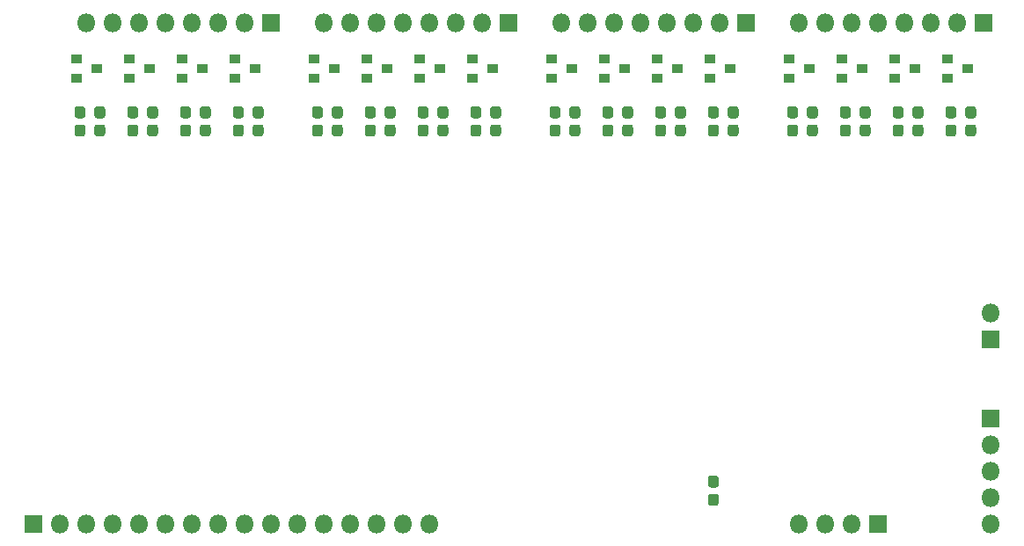
<source format=gbs>
G04 #@! TF.GenerationSoftware,KiCad,Pcbnew,(5.1.6)-1*
G04 #@! TF.CreationDate,2021-02-11T21:03:36+02:00*
G04 #@! TF.ProjectId,spectrum_analyzer,73706563-7472-4756-9d5f-616e616c797a,rev?*
G04 #@! TF.SameCoordinates,Original*
G04 #@! TF.FileFunction,Soldermask,Bot*
G04 #@! TF.FilePolarity,Negative*
%FSLAX46Y46*%
G04 Gerber Fmt 4.6, Leading zero omitted, Abs format (unit mm)*
G04 Created by KiCad (PCBNEW (5.1.6)-1) date 2021-02-11 21:03:36*
%MOMM*%
%LPD*%
G01*
G04 APERTURE LIST*
%ADD10O,1.800000X1.800000*%
%ADD11R,1.800000X1.800000*%
%ADD12R,1.000000X0.900000*%
G04 APERTURE END LIST*
D10*
X105410000Y-114300000D03*
X102870000Y-114300000D03*
X100330000Y-114300000D03*
X97790000Y-114300000D03*
X95250000Y-114300000D03*
X92710000Y-114300000D03*
X90170000Y-114300000D03*
X87630000Y-114300000D03*
X85090000Y-114300000D03*
X82550000Y-114300000D03*
X80010000Y-114300000D03*
X77470000Y-114300000D03*
X74930000Y-114300000D03*
X72390000Y-114300000D03*
X69850000Y-114300000D03*
D11*
X67310000Y-114300000D03*
G36*
G01*
X132977500Y-110825000D02*
X132452500Y-110825000D01*
G75*
G02*
X132190000Y-110562500I0J262500D01*
G01*
X132190000Y-109937500D01*
G75*
G02*
X132452500Y-109675000I262500J0D01*
G01*
X132977500Y-109675000D01*
G75*
G02*
X133240000Y-109937500I0J-262500D01*
G01*
X133240000Y-110562500D01*
G75*
G02*
X132977500Y-110825000I-262500J0D01*
G01*
G37*
G36*
G01*
X132977500Y-112575000D02*
X132452500Y-112575000D01*
G75*
G02*
X132190000Y-112312500I0J262500D01*
G01*
X132190000Y-111687500D01*
G75*
G02*
X132452500Y-111425000I262500J0D01*
G01*
X132977500Y-111425000D01*
G75*
G02*
X133240000Y-111687500I0J-262500D01*
G01*
X133240000Y-112312500D01*
G75*
G02*
X132977500Y-112575000I-262500J0D01*
G01*
G37*
D10*
X159385000Y-93980000D03*
D11*
X159385000Y-96520000D03*
G36*
G01*
X77097500Y-77015000D02*
X76572500Y-77015000D01*
G75*
G02*
X76310000Y-76752500I0J262500D01*
G01*
X76310000Y-76127500D01*
G75*
G02*
X76572500Y-75865000I262500J0D01*
G01*
X77097500Y-75865000D01*
G75*
G02*
X77360000Y-76127500I0J-262500D01*
G01*
X77360000Y-76752500D01*
G75*
G02*
X77097500Y-77015000I-262500J0D01*
G01*
G37*
G36*
G01*
X77097500Y-75265000D02*
X76572500Y-75265000D01*
G75*
G02*
X76310000Y-75002500I0J262500D01*
G01*
X76310000Y-74377500D01*
G75*
G02*
X76572500Y-74115000I262500J0D01*
G01*
X77097500Y-74115000D01*
G75*
G02*
X77360000Y-74377500I0J-262500D01*
G01*
X77360000Y-75002500D01*
G75*
G02*
X77097500Y-75265000I-262500J0D01*
G01*
G37*
G36*
G01*
X73397500Y-74115000D02*
X73922500Y-74115000D01*
G75*
G02*
X74185000Y-74377500I0J-262500D01*
G01*
X74185000Y-75002500D01*
G75*
G02*
X73922500Y-75265000I-262500J0D01*
G01*
X73397500Y-75265000D01*
G75*
G02*
X73135000Y-75002500I0J262500D01*
G01*
X73135000Y-74377500D01*
G75*
G02*
X73397500Y-74115000I262500J0D01*
G01*
G37*
G36*
G01*
X73397500Y-75865000D02*
X73922500Y-75865000D01*
G75*
G02*
X74185000Y-76127500I0J-262500D01*
G01*
X74185000Y-76752500D01*
G75*
G02*
X73922500Y-77015000I-262500J0D01*
G01*
X73397500Y-77015000D01*
G75*
G02*
X73135000Y-76752500I0J262500D01*
G01*
X73135000Y-76127500D01*
G75*
G02*
X73397500Y-75865000I262500J0D01*
G01*
G37*
G36*
G01*
X78477500Y-74115000D02*
X79002500Y-74115000D01*
G75*
G02*
X79265000Y-74377500I0J-262500D01*
G01*
X79265000Y-75002500D01*
G75*
G02*
X79002500Y-75265000I-262500J0D01*
G01*
X78477500Y-75265000D01*
G75*
G02*
X78215000Y-75002500I0J262500D01*
G01*
X78215000Y-74377500D01*
G75*
G02*
X78477500Y-74115000I262500J0D01*
G01*
G37*
G36*
G01*
X78477500Y-75865000D02*
X79002500Y-75865000D01*
G75*
G02*
X79265000Y-76127500I0J-262500D01*
G01*
X79265000Y-76752500D01*
G75*
G02*
X79002500Y-77015000I-262500J0D01*
G01*
X78477500Y-77015000D01*
G75*
G02*
X78215000Y-76752500I0J262500D01*
G01*
X78215000Y-76127500D01*
G75*
G02*
X78477500Y-75865000I262500J0D01*
G01*
G37*
G36*
G01*
X83557500Y-74115000D02*
X84082500Y-74115000D01*
G75*
G02*
X84345000Y-74377500I0J-262500D01*
G01*
X84345000Y-75002500D01*
G75*
G02*
X84082500Y-75265000I-262500J0D01*
G01*
X83557500Y-75265000D01*
G75*
G02*
X83295000Y-75002500I0J262500D01*
G01*
X83295000Y-74377500D01*
G75*
G02*
X83557500Y-74115000I262500J0D01*
G01*
G37*
G36*
G01*
X83557500Y-75865000D02*
X84082500Y-75865000D01*
G75*
G02*
X84345000Y-76127500I0J-262500D01*
G01*
X84345000Y-76752500D01*
G75*
G02*
X84082500Y-77015000I-262500J0D01*
G01*
X83557500Y-77015000D01*
G75*
G02*
X83295000Y-76752500I0J262500D01*
G01*
X83295000Y-76127500D01*
G75*
G02*
X83557500Y-75865000I262500J0D01*
G01*
G37*
G36*
G01*
X72017500Y-77015000D02*
X71492500Y-77015000D01*
G75*
G02*
X71230000Y-76752500I0J262500D01*
G01*
X71230000Y-76127500D01*
G75*
G02*
X71492500Y-75865000I262500J0D01*
G01*
X72017500Y-75865000D01*
G75*
G02*
X72280000Y-76127500I0J-262500D01*
G01*
X72280000Y-76752500D01*
G75*
G02*
X72017500Y-77015000I-262500J0D01*
G01*
G37*
G36*
G01*
X72017500Y-75265000D02*
X71492500Y-75265000D01*
G75*
G02*
X71230000Y-75002500I0J262500D01*
G01*
X71230000Y-74377500D01*
G75*
G02*
X71492500Y-74115000I262500J0D01*
G01*
X72017500Y-74115000D01*
G75*
G02*
X72280000Y-74377500I0J-262500D01*
G01*
X72280000Y-75002500D01*
G75*
G02*
X72017500Y-75265000I-262500J0D01*
G01*
G37*
G36*
G01*
X88637500Y-74115000D02*
X89162500Y-74115000D01*
G75*
G02*
X89425000Y-74377500I0J-262500D01*
G01*
X89425000Y-75002500D01*
G75*
G02*
X89162500Y-75265000I-262500J0D01*
G01*
X88637500Y-75265000D01*
G75*
G02*
X88375000Y-75002500I0J262500D01*
G01*
X88375000Y-74377500D01*
G75*
G02*
X88637500Y-74115000I262500J0D01*
G01*
G37*
G36*
G01*
X88637500Y-75865000D02*
X89162500Y-75865000D01*
G75*
G02*
X89425000Y-76127500I0J-262500D01*
G01*
X89425000Y-76752500D01*
G75*
G02*
X89162500Y-77015000I-262500J0D01*
G01*
X88637500Y-77015000D01*
G75*
G02*
X88375000Y-76752500I0J262500D01*
G01*
X88375000Y-76127500D01*
G75*
G02*
X88637500Y-75865000I262500J0D01*
G01*
G37*
G36*
G01*
X82177500Y-77015000D02*
X81652500Y-77015000D01*
G75*
G02*
X81390000Y-76752500I0J262500D01*
G01*
X81390000Y-76127500D01*
G75*
G02*
X81652500Y-75865000I262500J0D01*
G01*
X82177500Y-75865000D01*
G75*
G02*
X82440000Y-76127500I0J-262500D01*
G01*
X82440000Y-76752500D01*
G75*
G02*
X82177500Y-77015000I-262500J0D01*
G01*
G37*
G36*
G01*
X82177500Y-75265000D02*
X81652500Y-75265000D01*
G75*
G02*
X81390000Y-75002500I0J262500D01*
G01*
X81390000Y-74377500D01*
G75*
G02*
X81652500Y-74115000I262500J0D01*
G01*
X82177500Y-74115000D01*
G75*
G02*
X82440000Y-74377500I0J-262500D01*
G01*
X82440000Y-75002500D01*
G75*
G02*
X82177500Y-75265000I-262500J0D01*
G01*
G37*
G36*
G01*
X87257500Y-77015000D02*
X86732500Y-77015000D01*
G75*
G02*
X86470000Y-76752500I0J262500D01*
G01*
X86470000Y-76127500D01*
G75*
G02*
X86732500Y-75865000I262500J0D01*
G01*
X87257500Y-75865000D01*
G75*
G02*
X87520000Y-76127500I0J-262500D01*
G01*
X87520000Y-76752500D01*
G75*
G02*
X87257500Y-77015000I-262500J0D01*
G01*
G37*
G36*
G01*
X87257500Y-75265000D02*
X86732500Y-75265000D01*
G75*
G02*
X86470000Y-75002500I0J262500D01*
G01*
X86470000Y-74377500D01*
G75*
G02*
X86732500Y-74115000I262500J0D01*
G01*
X87257500Y-74115000D01*
G75*
G02*
X87520000Y-74377500I0J-262500D01*
G01*
X87520000Y-75002500D01*
G75*
G02*
X87257500Y-75265000I-262500J0D01*
G01*
G37*
G36*
G01*
X99957500Y-77015000D02*
X99432500Y-77015000D01*
G75*
G02*
X99170000Y-76752500I0J262500D01*
G01*
X99170000Y-76127500D01*
G75*
G02*
X99432500Y-75865000I262500J0D01*
G01*
X99957500Y-75865000D01*
G75*
G02*
X100220000Y-76127500I0J-262500D01*
G01*
X100220000Y-76752500D01*
G75*
G02*
X99957500Y-77015000I-262500J0D01*
G01*
G37*
G36*
G01*
X99957500Y-75265000D02*
X99432500Y-75265000D01*
G75*
G02*
X99170000Y-75002500I0J262500D01*
G01*
X99170000Y-74377500D01*
G75*
G02*
X99432500Y-74115000I262500J0D01*
G01*
X99957500Y-74115000D01*
G75*
G02*
X100220000Y-74377500I0J-262500D01*
G01*
X100220000Y-75002500D01*
G75*
G02*
X99957500Y-75265000I-262500J0D01*
G01*
G37*
G36*
G01*
X96257500Y-74115000D02*
X96782500Y-74115000D01*
G75*
G02*
X97045000Y-74377500I0J-262500D01*
G01*
X97045000Y-75002500D01*
G75*
G02*
X96782500Y-75265000I-262500J0D01*
G01*
X96257500Y-75265000D01*
G75*
G02*
X95995000Y-75002500I0J262500D01*
G01*
X95995000Y-74377500D01*
G75*
G02*
X96257500Y-74115000I262500J0D01*
G01*
G37*
G36*
G01*
X96257500Y-75865000D02*
X96782500Y-75865000D01*
G75*
G02*
X97045000Y-76127500I0J-262500D01*
G01*
X97045000Y-76752500D01*
G75*
G02*
X96782500Y-77015000I-262500J0D01*
G01*
X96257500Y-77015000D01*
G75*
G02*
X95995000Y-76752500I0J262500D01*
G01*
X95995000Y-76127500D01*
G75*
G02*
X96257500Y-75865000I262500J0D01*
G01*
G37*
G36*
G01*
X101337500Y-74115000D02*
X101862500Y-74115000D01*
G75*
G02*
X102125000Y-74377500I0J-262500D01*
G01*
X102125000Y-75002500D01*
G75*
G02*
X101862500Y-75265000I-262500J0D01*
G01*
X101337500Y-75265000D01*
G75*
G02*
X101075000Y-75002500I0J262500D01*
G01*
X101075000Y-74377500D01*
G75*
G02*
X101337500Y-74115000I262500J0D01*
G01*
G37*
G36*
G01*
X101337500Y-75865000D02*
X101862500Y-75865000D01*
G75*
G02*
X102125000Y-76127500I0J-262500D01*
G01*
X102125000Y-76752500D01*
G75*
G02*
X101862500Y-77015000I-262500J0D01*
G01*
X101337500Y-77015000D01*
G75*
G02*
X101075000Y-76752500I0J262500D01*
G01*
X101075000Y-76127500D01*
G75*
G02*
X101337500Y-75865000I262500J0D01*
G01*
G37*
G36*
G01*
X106417500Y-74115000D02*
X106942500Y-74115000D01*
G75*
G02*
X107205000Y-74377500I0J-262500D01*
G01*
X107205000Y-75002500D01*
G75*
G02*
X106942500Y-75265000I-262500J0D01*
G01*
X106417500Y-75265000D01*
G75*
G02*
X106155000Y-75002500I0J262500D01*
G01*
X106155000Y-74377500D01*
G75*
G02*
X106417500Y-74115000I262500J0D01*
G01*
G37*
G36*
G01*
X106417500Y-75865000D02*
X106942500Y-75865000D01*
G75*
G02*
X107205000Y-76127500I0J-262500D01*
G01*
X107205000Y-76752500D01*
G75*
G02*
X106942500Y-77015000I-262500J0D01*
G01*
X106417500Y-77015000D01*
G75*
G02*
X106155000Y-76752500I0J262500D01*
G01*
X106155000Y-76127500D01*
G75*
G02*
X106417500Y-75865000I262500J0D01*
G01*
G37*
G36*
G01*
X94877500Y-77015000D02*
X94352500Y-77015000D01*
G75*
G02*
X94090000Y-76752500I0J262500D01*
G01*
X94090000Y-76127500D01*
G75*
G02*
X94352500Y-75865000I262500J0D01*
G01*
X94877500Y-75865000D01*
G75*
G02*
X95140000Y-76127500I0J-262500D01*
G01*
X95140000Y-76752500D01*
G75*
G02*
X94877500Y-77015000I-262500J0D01*
G01*
G37*
G36*
G01*
X94877500Y-75265000D02*
X94352500Y-75265000D01*
G75*
G02*
X94090000Y-75002500I0J262500D01*
G01*
X94090000Y-74377500D01*
G75*
G02*
X94352500Y-74115000I262500J0D01*
G01*
X94877500Y-74115000D01*
G75*
G02*
X95140000Y-74377500I0J-262500D01*
G01*
X95140000Y-75002500D01*
G75*
G02*
X94877500Y-75265000I-262500J0D01*
G01*
G37*
G36*
G01*
X111497500Y-74115000D02*
X112022500Y-74115000D01*
G75*
G02*
X112285000Y-74377500I0J-262500D01*
G01*
X112285000Y-75002500D01*
G75*
G02*
X112022500Y-75265000I-262500J0D01*
G01*
X111497500Y-75265000D01*
G75*
G02*
X111235000Y-75002500I0J262500D01*
G01*
X111235000Y-74377500D01*
G75*
G02*
X111497500Y-74115000I262500J0D01*
G01*
G37*
G36*
G01*
X111497500Y-75865000D02*
X112022500Y-75865000D01*
G75*
G02*
X112285000Y-76127500I0J-262500D01*
G01*
X112285000Y-76752500D01*
G75*
G02*
X112022500Y-77015000I-262500J0D01*
G01*
X111497500Y-77015000D01*
G75*
G02*
X111235000Y-76752500I0J262500D01*
G01*
X111235000Y-76127500D01*
G75*
G02*
X111497500Y-75865000I262500J0D01*
G01*
G37*
G36*
G01*
X105037500Y-77015000D02*
X104512500Y-77015000D01*
G75*
G02*
X104250000Y-76752500I0J262500D01*
G01*
X104250000Y-76127500D01*
G75*
G02*
X104512500Y-75865000I262500J0D01*
G01*
X105037500Y-75865000D01*
G75*
G02*
X105300000Y-76127500I0J-262500D01*
G01*
X105300000Y-76752500D01*
G75*
G02*
X105037500Y-77015000I-262500J0D01*
G01*
G37*
G36*
G01*
X105037500Y-75265000D02*
X104512500Y-75265000D01*
G75*
G02*
X104250000Y-75002500I0J262500D01*
G01*
X104250000Y-74377500D01*
G75*
G02*
X104512500Y-74115000I262500J0D01*
G01*
X105037500Y-74115000D01*
G75*
G02*
X105300000Y-74377500I0J-262500D01*
G01*
X105300000Y-75002500D01*
G75*
G02*
X105037500Y-75265000I-262500J0D01*
G01*
G37*
G36*
G01*
X110117500Y-77015000D02*
X109592500Y-77015000D01*
G75*
G02*
X109330000Y-76752500I0J262500D01*
G01*
X109330000Y-76127500D01*
G75*
G02*
X109592500Y-75865000I262500J0D01*
G01*
X110117500Y-75865000D01*
G75*
G02*
X110380000Y-76127500I0J-262500D01*
G01*
X110380000Y-76752500D01*
G75*
G02*
X110117500Y-77015000I-262500J0D01*
G01*
G37*
G36*
G01*
X110117500Y-75265000D02*
X109592500Y-75265000D01*
G75*
G02*
X109330000Y-75002500I0J262500D01*
G01*
X109330000Y-74377500D01*
G75*
G02*
X109592500Y-74115000I262500J0D01*
G01*
X110117500Y-74115000D01*
G75*
G02*
X110380000Y-74377500I0J-262500D01*
G01*
X110380000Y-75002500D01*
G75*
G02*
X110117500Y-75265000I-262500J0D01*
G01*
G37*
G36*
G01*
X122817500Y-77015000D02*
X122292500Y-77015000D01*
G75*
G02*
X122030000Y-76752500I0J262500D01*
G01*
X122030000Y-76127500D01*
G75*
G02*
X122292500Y-75865000I262500J0D01*
G01*
X122817500Y-75865000D01*
G75*
G02*
X123080000Y-76127500I0J-262500D01*
G01*
X123080000Y-76752500D01*
G75*
G02*
X122817500Y-77015000I-262500J0D01*
G01*
G37*
G36*
G01*
X122817500Y-75265000D02*
X122292500Y-75265000D01*
G75*
G02*
X122030000Y-75002500I0J262500D01*
G01*
X122030000Y-74377500D01*
G75*
G02*
X122292500Y-74115000I262500J0D01*
G01*
X122817500Y-74115000D01*
G75*
G02*
X123080000Y-74377500I0J-262500D01*
G01*
X123080000Y-75002500D01*
G75*
G02*
X122817500Y-75265000I-262500J0D01*
G01*
G37*
G36*
G01*
X119117500Y-74115000D02*
X119642500Y-74115000D01*
G75*
G02*
X119905000Y-74377500I0J-262500D01*
G01*
X119905000Y-75002500D01*
G75*
G02*
X119642500Y-75265000I-262500J0D01*
G01*
X119117500Y-75265000D01*
G75*
G02*
X118855000Y-75002500I0J262500D01*
G01*
X118855000Y-74377500D01*
G75*
G02*
X119117500Y-74115000I262500J0D01*
G01*
G37*
G36*
G01*
X119117500Y-75865000D02*
X119642500Y-75865000D01*
G75*
G02*
X119905000Y-76127500I0J-262500D01*
G01*
X119905000Y-76752500D01*
G75*
G02*
X119642500Y-77015000I-262500J0D01*
G01*
X119117500Y-77015000D01*
G75*
G02*
X118855000Y-76752500I0J262500D01*
G01*
X118855000Y-76127500D01*
G75*
G02*
X119117500Y-75865000I262500J0D01*
G01*
G37*
G36*
G01*
X124197500Y-74115000D02*
X124722500Y-74115000D01*
G75*
G02*
X124985000Y-74377500I0J-262500D01*
G01*
X124985000Y-75002500D01*
G75*
G02*
X124722500Y-75265000I-262500J0D01*
G01*
X124197500Y-75265000D01*
G75*
G02*
X123935000Y-75002500I0J262500D01*
G01*
X123935000Y-74377500D01*
G75*
G02*
X124197500Y-74115000I262500J0D01*
G01*
G37*
G36*
G01*
X124197500Y-75865000D02*
X124722500Y-75865000D01*
G75*
G02*
X124985000Y-76127500I0J-262500D01*
G01*
X124985000Y-76752500D01*
G75*
G02*
X124722500Y-77015000I-262500J0D01*
G01*
X124197500Y-77015000D01*
G75*
G02*
X123935000Y-76752500I0J262500D01*
G01*
X123935000Y-76127500D01*
G75*
G02*
X124197500Y-75865000I262500J0D01*
G01*
G37*
G36*
G01*
X129277500Y-74115000D02*
X129802500Y-74115000D01*
G75*
G02*
X130065000Y-74377500I0J-262500D01*
G01*
X130065000Y-75002500D01*
G75*
G02*
X129802500Y-75265000I-262500J0D01*
G01*
X129277500Y-75265000D01*
G75*
G02*
X129015000Y-75002500I0J262500D01*
G01*
X129015000Y-74377500D01*
G75*
G02*
X129277500Y-74115000I262500J0D01*
G01*
G37*
G36*
G01*
X129277500Y-75865000D02*
X129802500Y-75865000D01*
G75*
G02*
X130065000Y-76127500I0J-262500D01*
G01*
X130065000Y-76752500D01*
G75*
G02*
X129802500Y-77015000I-262500J0D01*
G01*
X129277500Y-77015000D01*
G75*
G02*
X129015000Y-76752500I0J262500D01*
G01*
X129015000Y-76127500D01*
G75*
G02*
X129277500Y-75865000I262500J0D01*
G01*
G37*
G36*
G01*
X117737500Y-77015000D02*
X117212500Y-77015000D01*
G75*
G02*
X116950000Y-76752500I0J262500D01*
G01*
X116950000Y-76127500D01*
G75*
G02*
X117212500Y-75865000I262500J0D01*
G01*
X117737500Y-75865000D01*
G75*
G02*
X118000000Y-76127500I0J-262500D01*
G01*
X118000000Y-76752500D01*
G75*
G02*
X117737500Y-77015000I-262500J0D01*
G01*
G37*
G36*
G01*
X117737500Y-75265000D02*
X117212500Y-75265000D01*
G75*
G02*
X116950000Y-75002500I0J262500D01*
G01*
X116950000Y-74377500D01*
G75*
G02*
X117212500Y-74115000I262500J0D01*
G01*
X117737500Y-74115000D01*
G75*
G02*
X118000000Y-74377500I0J-262500D01*
G01*
X118000000Y-75002500D01*
G75*
G02*
X117737500Y-75265000I-262500J0D01*
G01*
G37*
G36*
G01*
X134357500Y-74115000D02*
X134882500Y-74115000D01*
G75*
G02*
X135145000Y-74377500I0J-262500D01*
G01*
X135145000Y-75002500D01*
G75*
G02*
X134882500Y-75265000I-262500J0D01*
G01*
X134357500Y-75265000D01*
G75*
G02*
X134095000Y-75002500I0J262500D01*
G01*
X134095000Y-74377500D01*
G75*
G02*
X134357500Y-74115000I262500J0D01*
G01*
G37*
G36*
G01*
X134357500Y-75865000D02*
X134882500Y-75865000D01*
G75*
G02*
X135145000Y-76127500I0J-262500D01*
G01*
X135145000Y-76752500D01*
G75*
G02*
X134882500Y-77015000I-262500J0D01*
G01*
X134357500Y-77015000D01*
G75*
G02*
X134095000Y-76752500I0J262500D01*
G01*
X134095000Y-76127500D01*
G75*
G02*
X134357500Y-75865000I262500J0D01*
G01*
G37*
G36*
G01*
X127897500Y-77015000D02*
X127372500Y-77015000D01*
G75*
G02*
X127110000Y-76752500I0J262500D01*
G01*
X127110000Y-76127500D01*
G75*
G02*
X127372500Y-75865000I262500J0D01*
G01*
X127897500Y-75865000D01*
G75*
G02*
X128160000Y-76127500I0J-262500D01*
G01*
X128160000Y-76752500D01*
G75*
G02*
X127897500Y-77015000I-262500J0D01*
G01*
G37*
G36*
G01*
X127897500Y-75265000D02*
X127372500Y-75265000D01*
G75*
G02*
X127110000Y-75002500I0J262500D01*
G01*
X127110000Y-74377500D01*
G75*
G02*
X127372500Y-74115000I262500J0D01*
G01*
X127897500Y-74115000D01*
G75*
G02*
X128160000Y-74377500I0J-262500D01*
G01*
X128160000Y-75002500D01*
G75*
G02*
X127897500Y-75265000I-262500J0D01*
G01*
G37*
G36*
G01*
X132977500Y-77015000D02*
X132452500Y-77015000D01*
G75*
G02*
X132190000Y-76752500I0J262500D01*
G01*
X132190000Y-76127500D01*
G75*
G02*
X132452500Y-75865000I262500J0D01*
G01*
X132977500Y-75865000D01*
G75*
G02*
X133240000Y-76127500I0J-262500D01*
G01*
X133240000Y-76752500D01*
G75*
G02*
X132977500Y-77015000I-262500J0D01*
G01*
G37*
G36*
G01*
X132977500Y-75265000D02*
X132452500Y-75265000D01*
G75*
G02*
X132190000Y-75002500I0J262500D01*
G01*
X132190000Y-74377500D01*
G75*
G02*
X132452500Y-74115000I262500J0D01*
G01*
X132977500Y-74115000D01*
G75*
G02*
X133240000Y-74377500I0J-262500D01*
G01*
X133240000Y-75002500D01*
G75*
G02*
X132977500Y-75265000I-262500J0D01*
G01*
G37*
D12*
X71390000Y-71435000D03*
X71390000Y-69535000D03*
X73390000Y-70485000D03*
X76470000Y-71435000D03*
X76470000Y-69535000D03*
X78470000Y-70485000D03*
X81550000Y-71435000D03*
X81550000Y-69535000D03*
X83550000Y-70485000D03*
X86630000Y-71435000D03*
X86630000Y-69535000D03*
X88630000Y-70485000D03*
D11*
X90170000Y-66040000D03*
D10*
X87630000Y-66040000D03*
X85090000Y-66040000D03*
X82550000Y-66040000D03*
X80010000Y-66040000D03*
X77470000Y-66040000D03*
X74930000Y-66040000D03*
X72390000Y-66040000D03*
D12*
X94250000Y-71435000D03*
X94250000Y-69535000D03*
X96250000Y-70485000D03*
X99330000Y-71435000D03*
X99330000Y-69535000D03*
X101330000Y-70485000D03*
X104410000Y-71435000D03*
X104410000Y-69535000D03*
X106410000Y-70485000D03*
X109490000Y-71435000D03*
X109490000Y-69535000D03*
X111490000Y-70485000D03*
D11*
X113030000Y-66040000D03*
D10*
X110490000Y-66040000D03*
X107950000Y-66040000D03*
X105410000Y-66040000D03*
X102870000Y-66040000D03*
X100330000Y-66040000D03*
X97790000Y-66040000D03*
X95250000Y-66040000D03*
D12*
X117110000Y-71435000D03*
X117110000Y-69535000D03*
X119110000Y-70485000D03*
X122190000Y-71435000D03*
X122190000Y-69535000D03*
X124190000Y-70485000D03*
X127270000Y-71435000D03*
X127270000Y-69535000D03*
X129270000Y-70485000D03*
X132350000Y-71435000D03*
X132350000Y-69535000D03*
X134350000Y-70485000D03*
D11*
X135890000Y-66040000D03*
D10*
X133350000Y-66040000D03*
X130810000Y-66040000D03*
X128270000Y-66040000D03*
X125730000Y-66040000D03*
X123190000Y-66040000D03*
X120650000Y-66040000D03*
X118110000Y-66040000D03*
D12*
X157210000Y-70485000D03*
X155210000Y-69535000D03*
X155210000Y-71435000D03*
X152130000Y-70485000D03*
X150130000Y-69535000D03*
X150130000Y-71435000D03*
X147050000Y-70485000D03*
X145050000Y-69535000D03*
X145050000Y-71435000D03*
X141970000Y-70485000D03*
X139970000Y-69535000D03*
X139970000Y-71435000D03*
G36*
G01*
X141977500Y-75865000D02*
X142502500Y-75865000D01*
G75*
G02*
X142765000Y-76127500I0J-262500D01*
G01*
X142765000Y-76752500D01*
G75*
G02*
X142502500Y-77015000I-262500J0D01*
G01*
X141977500Y-77015000D01*
G75*
G02*
X141715000Y-76752500I0J262500D01*
G01*
X141715000Y-76127500D01*
G75*
G02*
X141977500Y-75865000I262500J0D01*
G01*
G37*
G36*
G01*
X141977500Y-74115000D02*
X142502500Y-74115000D01*
G75*
G02*
X142765000Y-74377500I0J-262500D01*
G01*
X142765000Y-75002500D01*
G75*
G02*
X142502500Y-75265000I-262500J0D01*
G01*
X141977500Y-75265000D01*
G75*
G02*
X141715000Y-75002500I0J262500D01*
G01*
X141715000Y-74377500D01*
G75*
G02*
X141977500Y-74115000I262500J0D01*
G01*
G37*
G36*
G01*
X147057500Y-75865000D02*
X147582500Y-75865000D01*
G75*
G02*
X147845000Y-76127500I0J-262500D01*
G01*
X147845000Y-76752500D01*
G75*
G02*
X147582500Y-77015000I-262500J0D01*
G01*
X147057500Y-77015000D01*
G75*
G02*
X146795000Y-76752500I0J262500D01*
G01*
X146795000Y-76127500D01*
G75*
G02*
X147057500Y-75865000I262500J0D01*
G01*
G37*
G36*
G01*
X147057500Y-74115000D02*
X147582500Y-74115000D01*
G75*
G02*
X147845000Y-74377500I0J-262500D01*
G01*
X147845000Y-75002500D01*
G75*
G02*
X147582500Y-75265000I-262500J0D01*
G01*
X147057500Y-75265000D01*
G75*
G02*
X146795000Y-75002500I0J262500D01*
G01*
X146795000Y-74377500D01*
G75*
G02*
X147057500Y-74115000I262500J0D01*
G01*
G37*
G36*
G01*
X140597500Y-75265000D02*
X140072500Y-75265000D01*
G75*
G02*
X139810000Y-75002500I0J262500D01*
G01*
X139810000Y-74377500D01*
G75*
G02*
X140072500Y-74115000I262500J0D01*
G01*
X140597500Y-74115000D01*
G75*
G02*
X140860000Y-74377500I0J-262500D01*
G01*
X140860000Y-75002500D01*
G75*
G02*
X140597500Y-75265000I-262500J0D01*
G01*
G37*
G36*
G01*
X140597500Y-77015000D02*
X140072500Y-77015000D01*
G75*
G02*
X139810000Y-76752500I0J262500D01*
G01*
X139810000Y-76127500D01*
G75*
G02*
X140072500Y-75865000I262500J0D01*
G01*
X140597500Y-75865000D01*
G75*
G02*
X140860000Y-76127500I0J-262500D01*
G01*
X140860000Y-76752500D01*
G75*
G02*
X140597500Y-77015000I-262500J0D01*
G01*
G37*
G36*
G01*
X145677500Y-75265000D02*
X145152500Y-75265000D01*
G75*
G02*
X144890000Y-75002500I0J262500D01*
G01*
X144890000Y-74377500D01*
G75*
G02*
X145152500Y-74115000I262500J0D01*
G01*
X145677500Y-74115000D01*
G75*
G02*
X145940000Y-74377500I0J-262500D01*
G01*
X145940000Y-75002500D01*
G75*
G02*
X145677500Y-75265000I-262500J0D01*
G01*
G37*
G36*
G01*
X145677500Y-77015000D02*
X145152500Y-77015000D01*
G75*
G02*
X144890000Y-76752500I0J262500D01*
G01*
X144890000Y-76127500D01*
G75*
G02*
X145152500Y-75865000I262500J0D01*
G01*
X145677500Y-75865000D01*
G75*
G02*
X145940000Y-76127500I0J-262500D01*
G01*
X145940000Y-76752500D01*
G75*
G02*
X145677500Y-77015000I-262500J0D01*
G01*
G37*
G36*
G01*
X152137500Y-75865000D02*
X152662500Y-75865000D01*
G75*
G02*
X152925000Y-76127500I0J-262500D01*
G01*
X152925000Y-76752500D01*
G75*
G02*
X152662500Y-77015000I-262500J0D01*
G01*
X152137500Y-77015000D01*
G75*
G02*
X151875000Y-76752500I0J262500D01*
G01*
X151875000Y-76127500D01*
G75*
G02*
X152137500Y-75865000I262500J0D01*
G01*
G37*
G36*
G01*
X152137500Y-74115000D02*
X152662500Y-74115000D01*
G75*
G02*
X152925000Y-74377500I0J-262500D01*
G01*
X152925000Y-75002500D01*
G75*
G02*
X152662500Y-75265000I-262500J0D01*
G01*
X152137500Y-75265000D01*
G75*
G02*
X151875000Y-75002500I0J262500D01*
G01*
X151875000Y-74377500D01*
G75*
G02*
X152137500Y-74115000I262500J0D01*
G01*
G37*
G36*
G01*
X157217500Y-75865000D02*
X157742500Y-75865000D01*
G75*
G02*
X158005000Y-76127500I0J-262500D01*
G01*
X158005000Y-76752500D01*
G75*
G02*
X157742500Y-77015000I-262500J0D01*
G01*
X157217500Y-77015000D01*
G75*
G02*
X156955000Y-76752500I0J262500D01*
G01*
X156955000Y-76127500D01*
G75*
G02*
X157217500Y-75865000I262500J0D01*
G01*
G37*
G36*
G01*
X157217500Y-74115000D02*
X157742500Y-74115000D01*
G75*
G02*
X158005000Y-74377500I0J-262500D01*
G01*
X158005000Y-75002500D01*
G75*
G02*
X157742500Y-75265000I-262500J0D01*
G01*
X157217500Y-75265000D01*
G75*
G02*
X156955000Y-75002500I0J262500D01*
G01*
X156955000Y-74377500D01*
G75*
G02*
X157217500Y-74115000I262500J0D01*
G01*
G37*
G36*
G01*
X150757500Y-75265000D02*
X150232500Y-75265000D01*
G75*
G02*
X149970000Y-75002500I0J262500D01*
G01*
X149970000Y-74377500D01*
G75*
G02*
X150232500Y-74115000I262500J0D01*
G01*
X150757500Y-74115000D01*
G75*
G02*
X151020000Y-74377500I0J-262500D01*
G01*
X151020000Y-75002500D01*
G75*
G02*
X150757500Y-75265000I-262500J0D01*
G01*
G37*
G36*
G01*
X150757500Y-77015000D02*
X150232500Y-77015000D01*
G75*
G02*
X149970000Y-76752500I0J262500D01*
G01*
X149970000Y-76127500D01*
G75*
G02*
X150232500Y-75865000I262500J0D01*
G01*
X150757500Y-75865000D01*
G75*
G02*
X151020000Y-76127500I0J-262500D01*
G01*
X151020000Y-76752500D01*
G75*
G02*
X150757500Y-77015000I-262500J0D01*
G01*
G37*
G36*
G01*
X155837500Y-75265000D02*
X155312500Y-75265000D01*
G75*
G02*
X155050000Y-75002500I0J262500D01*
G01*
X155050000Y-74377500D01*
G75*
G02*
X155312500Y-74115000I262500J0D01*
G01*
X155837500Y-74115000D01*
G75*
G02*
X156100000Y-74377500I0J-262500D01*
G01*
X156100000Y-75002500D01*
G75*
G02*
X155837500Y-75265000I-262500J0D01*
G01*
G37*
G36*
G01*
X155837500Y-77015000D02*
X155312500Y-77015000D01*
G75*
G02*
X155050000Y-76752500I0J262500D01*
G01*
X155050000Y-76127500D01*
G75*
G02*
X155312500Y-75865000I262500J0D01*
G01*
X155837500Y-75865000D01*
G75*
G02*
X156100000Y-76127500I0J-262500D01*
G01*
X156100000Y-76752500D01*
G75*
G02*
X155837500Y-77015000I-262500J0D01*
G01*
G37*
D10*
X140970000Y-66040000D03*
X143510000Y-66040000D03*
X146050000Y-66040000D03*
X148590000Y-66040000D03*
X151130000Y-66040000D03*
X153670000Y-66040000D03*
X156210000Y-66040000D03*
D11*
X158750000Y-66040000D03*
D10*
X159385000Y-114300000D03*
X159385000Y-111760000D03*
X159385000Y-109220000D03*
X159385000Y-106680000D03*
D11*
X159385000Y-104140000D03*
D10*
X140970000Y-114300000D03*
X143510000Y-114300000D03*
X146050000Y-114300000D03*
D11*
X148590000Y-114300000D03*
M02*

</source>
